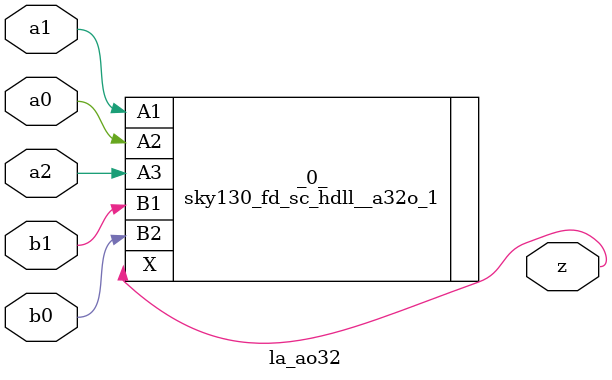
<source format=v>

/* Generated by Yosys 0.37 (git sha1 a5c7f69ed, clang 14.0.0-1ubuntu1.1 -fPIC -Os) */

module la_ao32(a0, a1, a2, b0, b1, z);
  input a0;
  wire a0;
  input a1;
  wire a1;
  input a2;
  wire a2;
  input b0;
  wire b0;
  input b1;
  wire b1;
  output z;
  wire z;
  sky130_fd_sc_hdll__a32o_1 _0_ (
    .A1(a1),
    .A2(a0),
    .A3(a2),
    .B1(b1),
    .B2(b0),
    .X(z)
  );
endmodule

</source>
